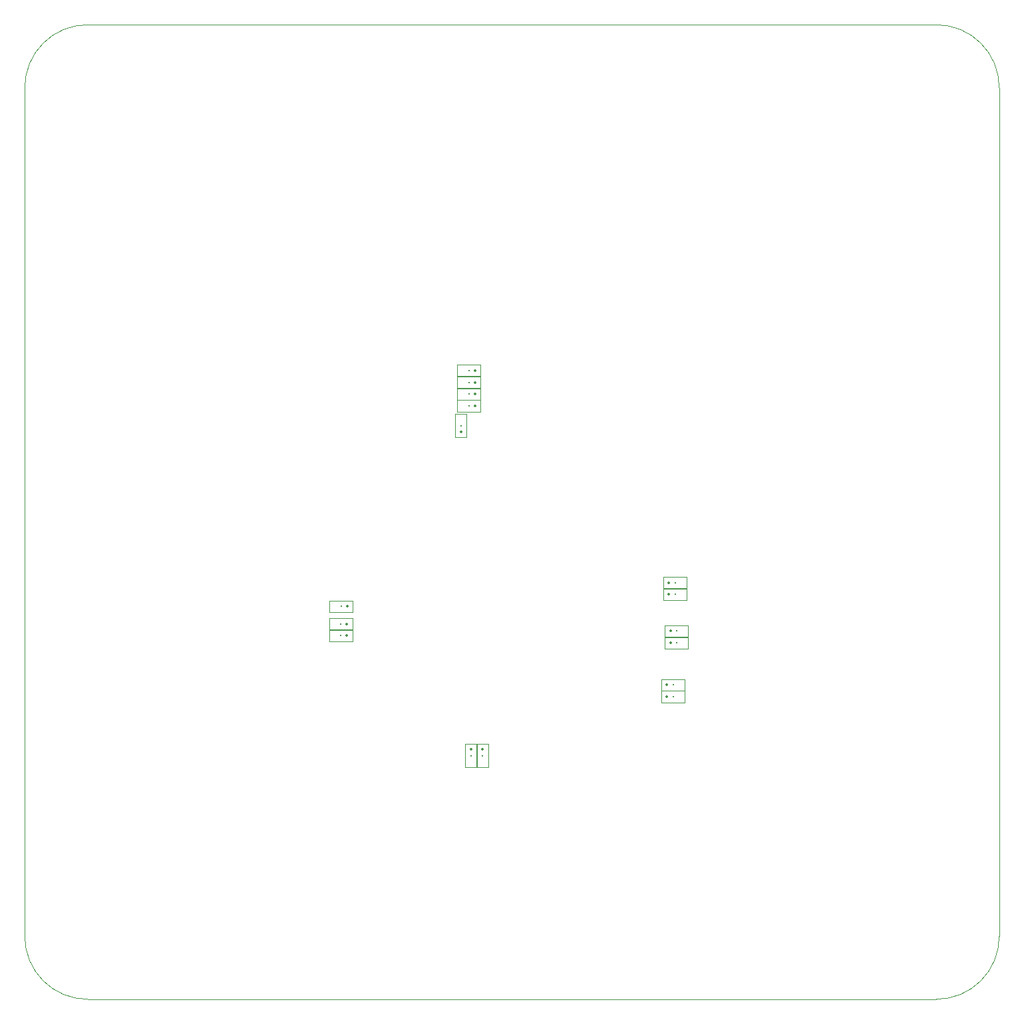
<source format=gbr>
%TF.GenerationSoftware,KiCad,Pcbnew,8.0.5*%
%TF.CreationDate,2024-11-19T12:56:19-05:00*%
%TF.ProjectId,huxley-rounded,6875786c-6579-42d7-926f-756e6465642e,rev?*%
%TF.SameCoordinates,Original*%
%TF.FileFunction,Component,L4,Bot*%
%TF.FilePolarity,Positive*%
%FSLAX46Y46*%
G04 Gerber Fmt 4.6, Leading zero omitted, Abs format (unit mm)*
G04 Created by KiCad (PCBNEW 8.0.5) date 2024-11-19 12:56:19*
%MOMM*%
%LPD*%
G01*
G04 APERTURE LIST*
%TA.AperFunction,ComponentMain*%
%ADD10C,0.300000*%
%TD*%
%TA.AperFunction,ComponentOutline,Courtyard*%
%ADD11C,0.100000*%
%TD*%
%TA.AperFunction,ComponentPin*%
%ADD12P,0.360000X4X0.000000*%
%TD*%
%TA.AperFunction,ComponentPin*%
%ADD13C,0.100000*%
%TD*%
%TA.AperFunction,Profile*%
%ADD14C,0.100000*%
%TD*%
G04 APERTURE END LIST*
D10*
%TO.C,C63*%
%TO.CFtp,C_0603_1608Metric*%
%TO.CVal,10p*%
%TO.CLbN,Capacitor_SMD*%
%TO.CMnt,SMD*%
%TO.CRot,0*%
X99500000Y-93500000D03*
D11*
X100979999Y-92770001D02*
X100979999Y-94229999D01*
X98020001Y-94229999D01*
X98020001Y-92770001D01*
X100979999Y-92770001D01*
D12*
%TO.P,C63,1*%
X100275000Y-93500000D03*
D13*
%TO.P,C63,2*%
X98725000Y-93500000D03*
%TD*%
D10*
%TO.C,C61*%
%TO.CFtp,C_0603_1608Metric*%
%TO.CVal,1n*%
%TO.CLbN,Capacitor_SMD*%
%TO.CMnt,SMD*%
%TO.CRot,0*%
X99500000Y-90500000D03*
D11*
X100979999Y-89770001D02*
X100979999Y-91229999D01*
X98020001Y-91229999D01*
X98020001Y-89770001D01*
X100979999Y-89770001D01*
D12*
%TO.P,C61,1*%
X100275000Y-90500000D03*
D13*
%TO.P,C61,2*%
X98725000Y-90500000D03*
%TD*%
D10*
%TO.C,C55*%
%TO.CFtp,C_0603_1608Metric*%
%TO.CVal,10p*%
%TO.CLbN,Capacitor_SMD*%
%TO.CMnt,SMD*%
%TO.CRot,180*%
X125750000Y-116000000D03*
D11*
X127229999Y-115270001D02*
X127229999Y-116729999D01*
X124270001Y-116729999D01*
X124270001Y-115270001D01*
X127229999Y-115270001D01*
D12*
%TO.P,C55,1*%
X124975000Y-116000000D03*
D13*
%TO.P,C55,2*%
X126525000Y-116000000D03*
%TD*%
D10*
%TO.C,C60*%
%TO.CFtp,C_0603_1608Metric*%
%TO.CVal,1n*%
%TO.CLbN,Capacitor_SMD*%
%TO.CMnt,SMD*%
%TO.CRot,0*%
X99500000Y-89000000D03*
D11*
X100979999Y-88270001D02*
X100979999Y-89729999D01*
X98020001Y-89729999D01*
X98020001Y-88270001D01*
X100979999Y-88270001D01*
D12*
%TO.P,C60,1*%
X100275000Y-89000000D03*
D13*
%TO.P,C60,2*%
X98725000Y-89000000D03*
%TD*%
D10*
%TO.C,C47*%
%TO.CFtp,C_0603_1608Metric*%
%TO.CVal,10p*%
%TO.CLbN,Capacitor_SMD*%
%TO.CMnt,SMD*%
%TO.CRot,180*%
X125950000Y-122150000D03*
D11*
X127429999Y-121420001D02*
X127429999Y-122879999D01*
X124470001Y-122879999D01*
X124470001Y-121420001D01*
X127429999Y-121420001D01*
D12*
%TO.P,C47,1*%
X125175000Y-122150000D03*
D13*
%TO.P,C47,2*%
X126725000Y-122150000D03*
%TD*%
D10*
%TO.C,C62*%
%TO.CFtp,C_0603_1608Metric*%
%TO.CVal,10p*%
%TO.CLbN,Capacitor_SMD*%
%TO.CMnt,SMD*%
%TO.CRot,0*%
X99500000Y-92000000D03*
D11*
X100979999Y-91270001D02*
X100979999Y-92729999D01*
X98020001Y-92729999D01*
X98020001Y-91270001D01*
X100979999Y-91270001D01*
D12*
%TO.P,C62,1*%
X100275000Y-92000000D03*
D13*
%TO.P,C62,2*%
X98725000Y-92000000D03*
%TD*%
D10*
%TO.C,C50*%
%TO.CFtp,C_0603_1608Metric*%
%TO.CVal,10p*%
%TO.CLbN,Capacitor_SMD*%
%TO.CMnt,SMD*%
%TO.CRot,90*%
X99750000Y-138000000D03*
D11*
X100479999Y-136520001D02*
X100479999Y-139479999D01*
X99020001Y-139479999D01*
X99020001Y-136520001D01*
X100479999Y-136520001D01*
D12*
%TO.P,C50,1*%
X99750000Y-137225000D03*
D13*
%TO.P,C50,2*%
X99750000Y-138775000D03*
%TD*%
D10*
%TO.C,C44*%
%TO.CFtp,C_0603_1608Metric*%
%TO.CVal,1n*%
%TO.CLbN,Capacitor_SMD*%
%TO.CMnt,SMD*%
%TO.CRot,0*%
X83225000Y-121250000D03*
D11*
X84704999Y-120520001D02*
X84704999Y-121979999D01*
X81745001Y-121979999D01*
X81745001Y-120520001D01*
X84704999Y-120520001D01*
D12*
%TO.P,C44,1*%
X84000000Y-121250000D03*
D13*
%TO.P,C44,2*%
X82450000Y-121250000D03*
%TD*%
D10*
%TO.C,C45*%
%TO.CFtp,C_0603_1608Metric*%
%TO.CVal,10p*%
%TO.CLbN,Capacitor_SMD*%
%TO.CMnt,SMD*%
%TO.CRot,0*%
X83225000Y-122750000D03*
D11*
X84704999Y-122020001D02*
X84704999Y-123479999D01*
X81745001Y-123479999D01*
X81745001Y-122020001D01*
X84704999Y-122020001D01*
D12*
%TO.P,C45,1*%
X84000000Y-122750000D03*
D13*
%TO.P,C45,2*%
X82450000Y-122750000D03*
%TD*%
D10*
%TO.C,C48*%
%TO.CFtp,C_0603_1608Metric*%
%TO.CVal,1n*%
%TO.CLbN,Capacitor_SMD*%
%TO.CMnt,SMD*%
%TO.CRot,180*%
X125500000Y-130500000D03*
D11*
X126979999Y-129770001D02*
X126979999Y-131229999D01*
X124020001Y-131229999D01*
X124020001Y-129770001D01*
X126979999Y-129770001D01*
D12*
%TO.P,C48,1*%
X124725000Y-130500000D03*
D13*
%TO.P,C48,2*%
X126275000Y-130500000D03*
%TD*%
D10*
%TO.C,C51*%
%TO.CFtp,C_0603_1608Metric*%
%TO.CVal,10p*%
%TO.CLbN,Capacitor_SMD*%
%TO.CMnt,SMD*%
%TO.CRot,90*%
X101250000Y-138000000D03*
D11*
X101979999Y-136520001D02*
X101979999Y-139479999D01*
X100520001Y-139479999D01*
X100520001Y-136520001D01*
X101979999Y-136520001D01*
D12*
%TO.P,C51,1*%
X101250000Y-137225000D03*
D13*
%TO.P,C51,2*%
X101250000Y-138775000D03*
%TD*%
D10*
%TO.C,C53*%
%TO.CFtp,C_0603_1608Metric*%
%TO.CVal,1n*%
%TO.CLbN,Capacitor_SMD*%
%TO.CMnt,SMD*%
%TO.CRot,0*%
X83250000Y-119000000D03*
D11*
X84729999Y-118270001D02*
X84729999Y-119729999D01*
X81770001Y-119729999D01*
X81770001Y-118270001D01*
X84729999Y-118270001D01*
D12*
%TO.P,C53,1*%
X84025000Y-119000000D03*
D13*
%TO.P,C53,2*%
X82475000Y-119000000D03*
%TD*%
D10*
%TO.C,C49*%
%TO.CFtp,C_0603_1608Metric*%
%TO.CVal,1n*%
%TO.CLbN,Capacitor_SMD*%
%TO.CMnt,SMD*%
%TO.CRot,180*%
X125500000Y-129000000D03*
D11*
X126979999Y-128270001D02*
X126979999Y-129729999D01*
X124020001Y-129729999D01*
X124020001Y-128270001D01*
X126979999Y-128270001D01*
D12*
%TO.P,C49,1*%
X124725000Y-129000000D03*
D13*
%TO.P,C49,2*%
X126275000Y-129000000D03*
%TD*%
D10*
%TO.C,C54*%
%TO.CFtp,C_0603_1608Metric*%
%TO.CVal,10p*%
%TO.CLbN,Capacitor_SMD*%
%TO.CMnt,SMD*%
%TO.CRot,180*%
X125750000Y-117500000D03*
D11*
X127229999Y-116770001D02*
X127229999Y-118229999D01*
X124270001Y-118229999D01*
X124270001Y-116770001D01*
X127229999Y-116770001D01*
D12*
%TO.P,C54,1*%
X124975000Y-117500000D03*
D13*
%TO.P,C54,2*%
X126525000Y-117500000D03*
%TD*%
D10*
%TO.C,C52*%
%TO.CFtp,C_0603_1608Metric*%
%TO.CVal,1n*%
%TO.CLbN,Capacitor_SMD*%
%TO.CMnt,SMD*%
%TO.CRot,-90*%
X98500000Y-96000000D03*
D11*
X99229999Y-94520001D02*
X99229999Y-97479999D01*
X97770001Y-97479999D01*
X97770001Y-94520001D01*
X99229999Y-94520001D01*
D12*
%TO.P,C52,1*%
X98500000Y-96775000D03*
D13*
%TO.P,C52,2*%
X98500000Y-95225000D03*
%TD*%
D10*
%TO.C,C46*%
%TO.CFtp,C_0603_1608Metric*%
%TO.CVal,1n*%
%TO.CLbN,Capacitor_SMD*%
%TO.CMnt,SMD*%
%TO.CRot,180*%
X125950000Y-123650000D03*
D11*
X127429999Y-122920001D02*
X127429999Y-124379999D01*
X124470001Y-124379999D01*
X124470001Y-122920001D01*
X127429999Y-122920001D01*
D12*
%TO.P,C46,1*%
X125175000Y-123650000D03*
D13*
%TO.P,C46,2*%
X126725000Y-123650000D03*
%TD*%
D14*
X159000000Y-45000000D02*
G75*
G02*
X167000000Y-53000000I0J-8000000D01*
G01*
X159000000Y-169000000D02*
X51000000Y-169000000D01*
X51000000Y-169000000D02*
G75*
G02*
X43000000Y-161000000I0J8000000D01*
G01*
X167000000Y-161000000D02*
G75*
G02*
X159000000Y-169000000I-8000000J0D01*
G01*
X43000000Y-161000000D02*
X43000000Y-53000000D01*
X51000000Y-45000000D02*
X159000000Y-45000000D01*
X167000000Y-53000000D02*
X167000000Y-161000000D01*
X43000000Y-53000000D02*
G75*
G02*
X51000000Y-45000000I8000000J0D01*
G01*
M02*

</source>
